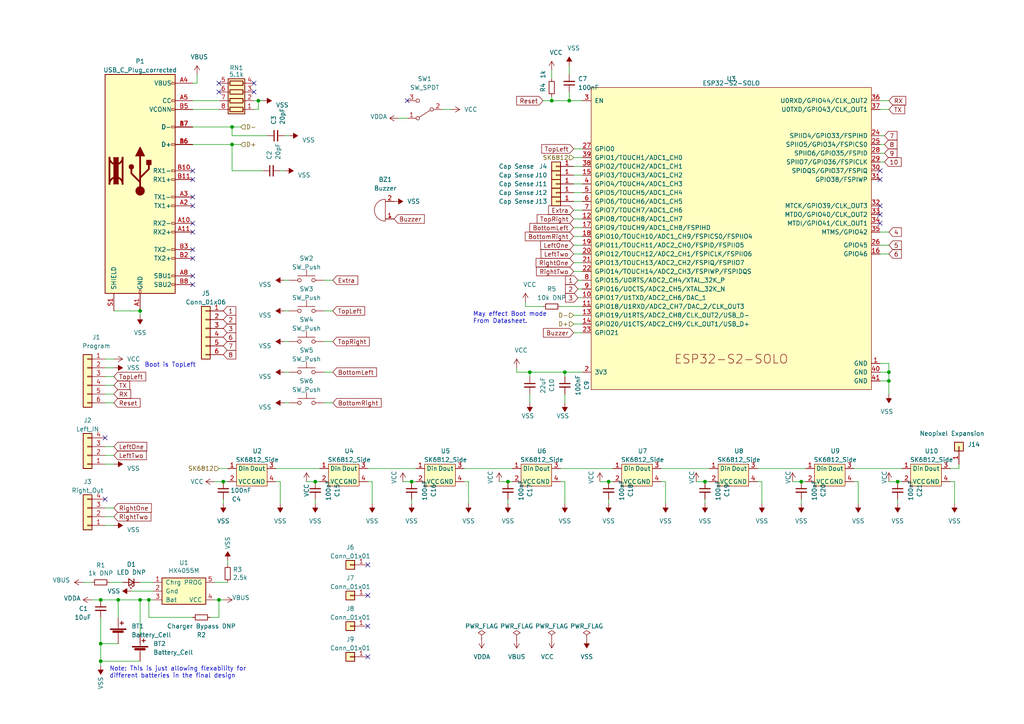
<source format=kicad_sch>
(kicad_sch (version 20220126) (generator eeschema)
  (paper "A4")
  (junction (at 29.21 191.77))
  (junction (at 119.38 139.7))
  (junction (at 63.5 173.99) (diameter 0.9144))
  (junction (at 40.64 90.17))
  (junction (at 67.31 36.83) (diameter 0.9144))
  (junction (at 43.18 173.99) (diameter 0.9144))
  (junction (at 163.83 107.95))
  (junction (at 91.44 139.7))
  (junction (at 64.77 139.7))
  (junction (at 204.47 139.7))
  (junction (at 29.21 186.69))
  (junction (at 74.93 29.21) (diameter 0.9144))
  (junction (at 40.64 173.99))
  (junction (at 165.1 29.21))
  (junction (at 260.35 139.7))
  (junction (at 257.81 110.49))
  (junction (at 257.81 107.95))
  (junction (at 153.67 107.95))
  (junction (at 34.29 173.99))
  (junction (at 232.41 139.7))
  (junction (at 160.02 29.21) (diameter 0.9144))
  (junction (at 176.53 139.7))
  (junction (at 147.32 139.7))
  (junction (at 29.21 173.99) (diameter 0.9144))
  (junction (at 67.31 41.91) (diameter 0.9144))
  (no_connect (at 118.11 29.21))
  (no_connect (at 55.88 52.07))
  (no_connect (at 55.88 49.53))
  (no_connect (at 73.66 24.13))
  (no_connect (at 106.68 172.72))
  (no_connect (at 106.68 163.83))
  (no_connect (at 106.68 190.5))
  (no_connect (at 106.68 181.61))
  (no_connect (at 55.88 67.31))
  (no_connect (at 55.88 64.77))
  (no_connect (at 55.88 72.39))
  (no_connect (at 255.27 52.07))
  (no_connect (at 255.27 49.53))
  (no_connect (at 255.27 62.23))
  (no_connect (at 255.27 59.69))
  (no_connect (at 255.27 64.77))
  (no_connect (at 55.88 82.55))
  (no_connect (at 30.48 144.78))
  (no_connect (at 30.48 127))
  (no_connect (at 55.88 80.01))
  (no_connect (at 55.88 57.15))
  (no_connect (at 63.5 24.13))
  (no_connect (at 73.66 26.67))
  (no_connect (at 55.88 59.69))
  (no_connect (at 55.88 74.93))
  (no_connect (at 63.5 26.67))
  (wire (pts (xy 219.71 135.89) (xy 233.68 135.89)))
  (wire (pts (xy 91.44 139.7) (xy 92.71 139.7)))
  (wire (pts (xy 38.1 171.45) (xy 44.45 171.45)))
  (wire (pts (xy 30.48 132.08) (xy 33.02 132.08)))
  (wire (pts (xy 43.18 173.99) (xy 43.18 179.07)))
  (wire (pts (xy 176.53 144.78) (xy 176.53 146.05)))
  (wire (pts (xy 63.5 173.99) (xy 63.5 179.07)))
  (wire (pts (xy 166.37 66.04) (xy 168.91 66.04)))
  (wire (pts (xy 255.27 29.21) (xy 257.81 29.21)))
  (wire (pts (xy 153.67 114.3) (xy 153.67 116.84)))
  (wire (pts (xy 165.1 19.05) (xy 165.1 21.59)))
  (wire (pts (xy 91.44 144.78) (xy 91.44 146.05)))
  (wire (pts (xy 149.86 106.68) (xy 149.86 107.95)))
  (wire (pts (xy 30.48 106.68) (xy 33.02 106.68)))
  (wire (pts (xy 193.04 146.05) (xy 193.04 139.7)))
  (wire (pts (xy 83.82 81.28) (xy 82.55 81.28)))
  (wire (pts (xy 191.77 135.89) (xy 205.74 135.89)))
  (wire (pts (xy 55.88 41.91) (xy 67.31 41.91)))
  (wire (pts (xy 165.1 29.21) (xy 168.91 29.21)))
  (wire (pts (xy 162.56 135.89) (xy 177.8 135.89)))
  (wire (pts (xy 160.02 29.21) (xy 165.1 29.21)))
  (wire (pts (xy 26.67 173.99) (xy 29.21 173.99)))
  (wire (pts (xy 166.37 58.42) (xy 168.91 58.42)))
  (wire (pts (xy 162.56 88.9) (xy 168.91 88.9)))
  (wire (pts (xy 81.28 146.05) (xy 81.28 139.7)))
  (wire (pts (xy 166.37 50.8) (xy 168.91 50.8)))
  (wire (pts (xy 29.21 191.77) (xy 29.21 186.69)))
  (wire (pts (xy 160.02 20.32) (xy 160.02 22.86)))
  (wire (pts (xy 135.89 146.05) (xy 135.89 139.7)))
  (wire (pts (xy 276.86 146.05) (xy 276.86 139.7)))
  (wire (pts (xy 204.47 144.78) (xy 204.47 146.05)))
  (wire (pts (xy 166.37 73.66) (xy 168.91 73.66)))
  (wire (pts (xy 149.86 107.95) (xy 153.67 107.95)))
  (wire (pts (xy 257.81 105.41) (xy 257.81 107.95)))
  (wire (pts (xy 83.82 107.95) (xy 82.55 107.95)))
  (wire (pts (xy 62.23 139.7) (xy 64.77 139.7)))
  (wire (pts (xy 43.18 173.99) (xy 44.45 173.99)))
  (wire (pts (xy 166.37 48.26) (xy 168.91 48.26)))
  (wire (pts (xy 57.15 21.59) (xy 57.15 24.13)))
  (wire (pts (xy 107.95 139.7) (xy 106.68 139.7)))
  (wire (pts (xy 157.48 29.21) (xy 160.02 29.21)))
  (wire (pts (xy 88.9 139.7) (xy 91.44 139.7)))
  (wire (pts (xy 166.37 68.58) (xy 168.91 68.58)))
  (wire (pts (xy 278.13 134.62) (xy 278.13 135.89)))
  (wire (pts (xy 77.47 39.37) (xy 67.31 39.37)))
  (wire (pts (xy 67.31 36.83) (xy 69.85 36.83)))
  (wire (pts (xy 106.68 135.89) (xy 120.65 135.89)))
  (wire (pts (xy 255.27 39.37) (xy 256.54 39.37)))
  (wire (pts (xy 29.21 186.69) (xy 34.29 186.69)))
  (wire (pts (xy 30.48 134.62) (xy 33.02 134.62)))
  (wire (pts (xy 255.27 67.31) (xy 257.81 67.31)))
  (wire (pts (xy 157.48 88.9) (xy 152.4 88.9)))
  (wire (pts (xy 168.91 86.36) (xy 167.64 86.36)))
  (wire (pts (xy 63.5 135.89) (xy 66.04 135.89)))
  (wire (pts (xy 275.59 135.89) (xy 278.13 135.89)))
  (wire (pts (xy 255.27 107.95) (xy 257.81 107.95)))
  (wire (pts (xy 229.87 139.7) (xy 232.41 139.7)))
  (wire (pts (xy 40.64 191.77) (xy 29.21 191.77)))
  (wire (pts (xy 30.48 152.4) (xy 33.02 152.4)))
  (wire (pts (xy 255.27 31.75) (xy 257.81 31.75)))
  (wire (pts (xy 80.01 135.89) (xy 92.71 135.89)))
  (wire (pts (xy 166.37 60.96) (xy 168.91 60.96)))
  (wire (pts (xy 153.67 107.95) (xy 163.83 107.95)))
  (wire (pts (xy 257.81 110.49) (xy 257.81 114.3)))
  (wire (pts (xy 55.88 179.07) (xy 43.18 179.07)))
  (wire (pts (xy 81.28 49.53) (xy 82.55 49.53)))
  (wire (pts (xy 83.82 90.17) (xy 82.55 90.17)))
  (wire (pts (xy 166.37 43.18) (xy 168.91 43.18)))
  (wire (pts (xy 163.83 114.3) (xy 163.83 116.84)))
  (wire (pts (xy 40.64 173.99) (xy 43.18 173.99)))
  (wire (pts (xy 115.57 34.29) (xy 118.11 34.29)))
  (wire (pts (xy 73.66 29.21) (xy 74.93 29.21)))
  (wire (pts (xy 83.82 116.84) (xy 82.55 116.84)))
  (wire (pts (xy 29.21 173.99) (xy 34.29 173.99)))
  (wire (pts (xy 67.31 39.37) (xy 67.31 36.83)))
  (wire (pts (xy 74.93 29.21) (xy 76.2 29.21)))
  (wire (pts (xy 30.48 104.14) (xy 33.02 104.14)))
  (wire (pts (xy 63.5 173.99) (xy 64.77 173.99)))
  (wire (pts (xy 73.66 31.75) (xy 74.93 31.75)))
  (wire (pts (xy 119.38 144.78) (xy 119.38 146.05)))
  (wire (pts (xy 257.81 107.95) (xy 257.81 110.49)))
  (wire (pts (xy 34.29 173.99) (xy 40.64 173.99)))
  (wire (pts (xy 168.91 83.82) (xy 167.64 83.82)))
  (wire (pts (xy 220.98 146.05) (xy 220.98 139.7)))
  (wire (pts (xy 67.31 49.53) (xy 67.31 41.91)))
  (wire (pts (xy 29.21 179.07) (xy 29.21 186.69)))
  (wire (pts (xy 57.15 24.13) (xy 55.88 24.13)))
  (wire (pts (xy 93.98 107.95) (xy 96.52 107.95)))
  (wire (pts (xy 116.84 139.7) (xy 119.38 139.7)))
  (wire (pts (xy 166.37 55.88) (xy 168.91 55.88)))
  (wire (pts (xy 255.27 41.91) (xy 256.54 41.91)))
  (wire (pts (xy 255.27 44.45) (xy 256.54 44.45)))
  (wire (pts (xy 30.48 109.22) (xy 33.02 109.22)))
  (wire (pts (xy 66.04 163.83) (xy 66.04 162.56)))
  (wire (pts (xy 255.27 71.12) (xy 257.81 71.12)))
  (wire (pts (xy 119.38 139.7) (xy 120.65 139.7)))
  (wire (pts (xy 30.48 116.84) (xy 33.02 116.84)))
  (wire (pts (xy 255.27 73.66) (xy 257.81 73.66)))
  (wire (pts (xy 134.62 135.89) (xy 148.59 135.89)))
  (wire (pts (xy 96.52 81.28) (xy 93.98 81.28)))
  (wire (pts (xy 29.21 191.77) (xy 29.21 193.04)))
  (wire (pts (xy 135.89 139.7) (xy 134.62 139.7)))
  (wire (pts (xy 232.41 144.78) (xy 232.41 146.05)))
  (wire (pts (xy 30.48 111.76) (xy 33.02 111.76)))
  (wire (pts (xy 201.93 139.7) (xy 204.47 139.7)))
  (wire (pts (xy 163.83 107.95) (xy 168.91 107.95)))
  (wire (pts (xy 166.37 63.5) (xy 168.91 63.5)))
  (wire (pts (xy 204.47 139.7) (xy 205.74 139.7)))
  (wire (pts (xy 248.92 139.7) (xy 247.65 139.7)))
  (wire (pts (xy 40.64 168.91) (xy 44.45 168.91)))
  (wire (pts (xy 93.98 99.06) (xy 96.52 99.06)))
  (wire (pts (xy 257.81 139.7) (xy 260.35 139.7)))
  (wire (pts (xy 255.27 105.41) (xy 257.81 105.41)))
  (wire (pts (xy 166.37 78.74) (xy 168.91 78.74)))
  (wire (pts (xy 67.31 41.91) (xy 69.85 41.91)))
  (wire (pts (xy 153.67 107.95) (xy 153.67 109.22)))
  (wire (pts (xy 62.23 168.91) (xy 66.04 168.91)))
  (wire (pts (xy 30.48 114.3) (xy 33.02 114.3)))
  (wire (pts (xy 144.78 139.7) (xy 147.32 139.7)))
  (wire (pts (xy 147.32 139.7) (xy 148.59 139.7)))
  (wire (pts (xy 62.23 173.99) (xy 63.5 173.99)))
  (wire (pts (xy 83.82 99.06) (xy 82.55 99.06)))
  (wire (pts (xy 81.28 139.7) (xy 80.01 139.7)))
  (wire (pts (xy 260.35 139.7) (xy 261.62 139.7)))
  (wire (pts (xy 55.88 31.75) (xy 63.5 31.75)))
  (wire (pts (xy 166.37 96.52) (xy 168.91 96.52)))
  (wire (pts (xy 55.88 29.21) (xy 63.5 29.21)))
  (wire (pts (xy 152.4 87.63) (xy 152.4 88.9)))
  (wire (pts (xy 166.37 45.72) (xy 168.91 45.72)))
  (wire (pts (xy 130.81 31.75) (xy 128.27 31.75)))
  (wire (pts (xy 60.96 179.07) (xy 63.5 179.07)))
  (wire (pts (xy 107.95 146.05) (xy 107.95 139.7)))
  (wire (pts (xy 24.13 168.91) (xy 26.67 168.91)))
  (wire (pts (xy 64.77 139.7) (xy 66.04 139.7)))
  (wire (pts (xy 40.64 90.17) (xy 40.64 91.44)))
  (wire (pts (xy 34.29 173.99) (xy 34.29 179.07)))
  (wire (pts (xy 93.98 116.84) (xy 96.52 116.84)))
  (wire (pts (xy 166.37 91.44) (xy 168.91 91.44)))
  (wire (pts (xy 93.98 90.17) (xy 96.52 90.17)))
  (wire (pts (xy 163.83 107.95) (xy 163.83 109.22)))
  (wire (pts (xy 40.64 173.99) (xy 40.64 184.15)))
  (wire (pts (xy 30.48 149.86) (xy 33.02 149.86)))
  (wire (pts (xy 276.86 139.7) (xy 275.59 139.7)))
  (wire (pts (xy 166.37 71.12) (xy 168.91 71.12)))
  (wire (pts (xy 163.83 146.05) (xy 163.83 139.7)))
  (wire (pts (xy 166.37 76.2) (xy 168.91 76.2)))
  (wire (pts (xy 64.77 144.78) (xy 64.77 146.05)))
  (wire (pts (xy 30.48 129.54) (xy 33.02 129.54)))
  (wire (pts (xy 165.1 26.67) (xy 165.1 29.21)))
  (wire (pts (xy 255.27 110.49) (xy 257.81 110.49)))
  (wire (pts (xy 247.65 135.89) (xy 261.62 135.89)))
  (wire (pts (xy 248.92 146.05) (xy 248.92 139.7)))
  (wire (pts (xy 193.04 139.7) (xy 191.77 139.7)))
  (wire (pts (xy 55.88 36.83) (xy 67.31 36.83)))
  (wire (pts (xy 166.37 53.34) (xy 168.91 53.34)))
  (wire (pts (xy 31.75 168.91) (xy 35.56 168.91)))
  (wire (pts (xy 160.02 27.94) (xy 160.02 29.21)))
  (wire (pts (xy 76.2 49.53) (xy 67.31 49.53)))
  (wire (pts (xy 166.37 93.98) (xy 168.91 93.98)))
  (wire (pts (xy 173.99 139.7) (xy 176.53 139.7)))
  (wire (pts (xy 33.02 90.17) (xy 40.64 90.17)))
  (wire (pts (xy 260.35 144.78) (xy 260.35 146.05)))
  (wire (pts (xy 163.83 139.7) (xy 162.56 139.7)))
  (wire (pts (xy 30.48 147.32) (xy 33.02 147.32)))
  (wire (pts (xy 176.53 139.7) (xy 177.8 139.7)))
  (wire (pts (xy 220.98 139.7) (xy 219.71 139.7)))
  (wire (pts (xy 82.55 39.37) (xy 83.82 39.37)))
  (wire (pts (xy 147.32 144.78) (xy 147.32 146.05)))
  (wire (pts (xy 255.27 46.99) (xy 256.54 46.99)))
  (wire (pts (xy 74.93 29.21) (xy 74.93 31.75)))
  (wire (pts (xy 232.41 139.7) (xy 233.68 139.7)))
  (wire (pts (xy 168.91 81.28) (xy 167.64 81.28)))
  (text "May effect Boot mode\nFrom Datasheet." (at 137.16 93.98 0) (effects (font (size 1.27 1.27)) (justify left bottom)))
  (text "Note: This is just allowing flexability for\ndifferent batteries in the final design" (at 31.75 196.85 0) (effects (font (size 1.27 1.27)) (justify left bottom)))
  (text "Boot is TopLeft" (at 41.91 106.68 0) (effects (font (size 1.27 1.27)) (justify left bottom)))
  (global_label "TX" (shape input) (at 33.02 111.76 0) (property "Intersheet References" "${INTERSHEET_REFS}" (effects hide)))
  (global_label "RightOne" (shape input) (at 33.02 147.32 0) (property "Intersheetrefs" "${INTERSHEET_REFS}" (effects hide)))
  (global_label "RightTwo" (shape input) (at 166.37 78.74 180) (property "Intersheetrefs" "${INTERSHEET_REFS}" (effects hide)))
  (global_label "LeftTwo" (shape input) (at 33.02 132.08 0) (property "Intersheetrefs" "${INTERSHEET_REFS}" (effects hide)))
  (global_label "Reset" (shape input) (at 157.48 29.21 180) (property "Intersheet References" "${INTERSHEET_REFS}" (effects hide)))
  (global_label "1" (shape input) (at 64.77 90.17 0) (property "Intersheet References" "${INTERSHEET_REFS}" (effects hide)))
  (global_label "RightOne" (shape input) (at 166.37 76.2 180) (property "Intersheetrefs" "${INTERSHEET_REFS}" (effects hide)))
  (global_label "8" (shape input) (at 256.54 41.91 0) (property "Intersheetrefs" "${INTERSHEET_REFS}" (effects hide)))
  (global_label "4" (shape input) (at 257.81 67.31 0) (property "Intersheet References" "${INTERSHEET_REFS}" (effects hide)))
  (global_label "RightTwo" (shape input) (at 33.02 149.86 0) (property "Intersheetrefs" "${INTERSHEET_REFS}" (effects hide)))
  (global_label "10" (shape input) (at 256.54 46.99 0) (property "Intersheetrefs" "${INTERSHEET_REFS}" (effects hide)))
  (global_label "Extra" (shape input) (at 96.52 81.28 0) (property "Intersheet References" "${INTERSHEET_REFS}" (effects hide)))
  (global_label "1" (shape input) (at 167.64 81.28 180) (property "Intersheet References" "${INTERSHEET_REFS}" (effects hide)))
  (global_label "RX" (shape input) (at 33.02 114.3 0) (property "Intersheet References" "${INTERSHEET_REFS}" (effects hide)))
  (global_label "TopLeft" (shape input) (at 33.02 109.22 0) (property "Intersheetrefs" "${INTERSHEET_REFS}" (effects hide)))
  (global_label "RX" (shape input) (at 257.81 29.21 0) (property "Intersheet References" "${INTERSHEET_REFS}" (effects hide)))
  (global_label "LeftTwo" (shape input) (at 166.37 73.66 180) (property "Intersheetrefs" "${INTERSHEET_REFS}" (effects hide)))
  (global_label "7" (shape input) (at 64.77 100.33 0) (property "Intersheet References" "${INTERSHEET_REFS}" (effects hide)))
  (global_label "TopLeft" (shape input) (at 166.37 43.18 180) (property "Intersheetrefs" "${INTERSHEET_REFS}" (effects hide)))
  (global_label "8" (shape input) (at 64.77 102.87 0) (property "Intersheetrefs" "${INTERSHEET_REFS}" (effects hide)))
  (global_label "Buzzer" (shape input) (at 114.3 63.5 0) (property "Intersheet References" "${INTERSHEET_REFS}" (effects hide)))
  (global_label "LeftOne" (shape input) (at 166.37 71.12 180) (property "Intersheetrefs" "${INTERSHEET_REFS}" (effects hide)))
  (global_label "2" (shape input) (at 64.77 92.71 0) (property "Intersheet References" "${INTERSHEET_REFS}" (effects hide)))
  (global_label "BottomRight" (shape input) (at 166.37 68.58 180) (property "Intersheetrefs" "${INTERSHEET_REFS}" (effects hide)))
  (global_label "3" (shape input) (at 167.64 86.36 180) (property "Intersheet References" "${INTERSHEET_REFS}" (effects hide)))
  (global_label "5" (shape input) (at 257.81 71.12 0) (property "Intersheetrefs" "${INTERSHEET_REFS}" (effects hide)))
  (global_label "BottomLeft" (shape input) (at 96.52 107.95 0) (property "Intersheetrefs" "${INTERSHEET_REFS}" (effects hide)))
  (global_label "BottomRight" (shape input) (at 96.52 116.84 0) (property "Intersheetrefs" "${INTERSHEET_REFS}" (effects hide)))
  (global_label "6" (shape input) (at 64.77 97.79 0) (property "Intersheet References" "${INTERSHEET_REFS}" (effects hide)))
  (global_label "6" (shape input) (at 257.81 73.66 0) (property "Intersheet References" "${INTERSHEET_REFS}" (effects hide)))
  (global_label "TX" (shape input) (at 257.81 31.75 0) (property "Intersheet References" "${INTERSHEET_REFS}" (effects hide)))
  (global_label "7" (shape input) (at 256.54 39.37 0) (property "Intersheet References" "${INTERSHEET_REFS}" (effects hide)))
  (global_label "Reset" (shape input) (at 33.02 116.84 0) (property "Intersheet References" "${INTERSHEET_REFS}" (effects hide)))
  (global_label "TopRight" (shape input) (at 96.52 99.06 0) (property "Intersheetrefs" "${INTERSHEET_REFS}" (effects hide)))
  (global_label "3" (shape input) (at 64.77 95.25 0) (property "Intersheet References" "${INTERSHEET_REFS}" (effects hide)))
  (global_label "9" (shape input) (at 256.54 44.45 0) (property "Intersheetrefs" "${INTERSHEET_REFS}" (effects hide)))
  (global_label "Extra" (shape input) (at 166.37 60.96 180) (property "Intersheet References" "${INTERSHEET_REFS}" (effects hide)))
  (global_label "TopRight" (shape input) (at 166.37 63.5 180) (property "Intersheetrefs" "${INTERSHEET_REFS}" (effects hide)))
  (global_label "TopLeft" (shape input) (at 96.52 90.17 0) (property "Intersheetrefs" "${INTERSHEET_REFS}" (effects hide)))
  (global_label "LeftOne" (shape input) (at 33.02 129.54 0) (property "Intersheetrefs" "${INTERSHEET_REFS}" (effects hide)))
  (global_label "2" (shape input) (at 167.64 83.82 180) (property "Intersheet References" "${INTERSHEET_REFS}" (effects hide)))
  (global_label "Buzzer" (shape input) (at 166.37 96.52 180) (property "Intersheet References" "${INTERSHEET_REFS}" (effects hide)))
  (global_label "BottomLeft" (shape input) (at 166.37 66.04 180) (property "Intersheetrefs" "${INTERSHEET_REFS}" (effects hide)))
  (hierarchical_label "D+" (shape input) (at 69.85 41.91 0))
  (hierarchical_label "D-" (shape input) (at 166.37 91.44 180))
  (hierarchical_label "SK6812" (shape input) (at 63.5 135.89 180))
  (hierarchical_label "D-" (shape input) (at 69.85 36.83 0))
  (hierarchical_label "SK6812" (shape input) (at 166.37 45.72 180))
  (hierarchical_label "D+" (shape input) (at 166.37 93.98 180))
  (symbol (lib_id "power:VSS") (at 232.41 146.05 180) (unit 1)
    (property "Reference" "#PWR077" (effects hide))
    (property "Value" "VSS" (at 232.41 151.13 0))
  )
  (symbol (lib_id "Device:C_Small") (at 80.01 39.37 90) (unit 1)
    (property "Reference" "C3" (at 79.375 36.195 0) (effects (justify left)))
    (property "Value" "20pF" (at 81.915 36.195 0) (effects (justify left)))
    (property "Footprint" "Capacitor_SMD:C_0805_2012Metric" (effects hide))
  )
  (symbol (lib_id "Device:C_Small") (at 176.53 142.24 0) (unit 1)
    (property "Reference" "C18" (at 182.88 142.24 90))
    (property "Value" "100nF" (at 180.34 142.24 90))
    (property "Footprint" "Capacitor_SMD:C_0805_2012Metric" (effects hide))
  )
  (symbol (lib_id "Connector_Generic:Conn_01x01") (at 101.6 172.72 180) (unit 1)
    (property "Reference" "J7" (at 101.6 167.64 0))
    (property "Value" "Conn_01x01" (at 101.6 170.18 0))
    (property "Footprint" "cafebabe:SMD Spacer M2.5" (effects hide))
  )
  (symbol (lib_id "power:VSS") (at 82.55 90.17 90) (mirror x) (unit 1)
    (property "Reference" "#PWR023" (effects hide))
    (property "Value" "VSS" (at 78.74 91.44 90) (effects (justify left)))
  )
  (symbol (lib_id "Switch:SW_SPDT") (at 123.19 31.75 180) (unit 1)
    (property "Reference" "SW1" (at 123.19 22.86 0))
    (property "Value" "SW_SPDT" (at 123.19 25.4 0))
    (property "Footprint" "BreadBoardPwr:SK-3296S_switch" (effects hide))
  )
  (symbol (lib_name "SK6812_Side_5") (lib_id "BSides22:SK6812_Side") (at 241.3 133.35 0) (unit 1)
    (property "Reference" "U9" (at 242.2525 130.81 0))
    (property "Value" "SK6812_Side" (at 242.2525 133.35 0))
    (property "Footprint" "Bsides22:SK6812_Side" (effects hide))
  )
  (symbol (lib_id "power:VSS") (at 83.82 39.37 270) (unit 1)
    (property "Reference" "#PWR013" (effects hide))
    (property "Value" "VSS" (at 87.63 40.64 90) (effects (justify left)))
  )
  (symbol (lib_id "power:VDDA") (at 139.7 185.42 180) (unit 1)
    (property "Reference" "#PWR020" (effects hide))
    (property "Value" "VDDA" (at 142.24 190.5 0) (effects (justify left)))
  )
  (symbol (lib_id "Switch:SW_Push") (at 88.9 116.84 0) (unit 1)
    (property "Reference" "SW6" (at 88.9 110.49 0))
    (property "Value" "SW_Push" (at 88.9 113.03 0))
    (property "Footprint" "Button_Switch_SMD:SW_SPST_SKQG_WithoutStem" (effects hide))
  )
  (symbol (lib_id "power:VCC") (at 130.81 31.75 270) (unit 1)
    (property "Reference" "#PWR019" (effects hide))
    (property "Value" "VCC" (at 134.62 31.75 90) (effects (justify left)))
  )
  (symbol (lib_id "power:VSS") (at 33.02 106.68 270) (unit 1)
    (property "Reference" "#PWR07" (effects hide))
    (property "Value" "VSS" (at 36.83 106.68 90) (effects (justify left)))
  )
  (symbol (lib_id "Device:R_Small") (at 29.21 168.91 270) (unit 1)
    (property "Reference" "R1" (at 29.21 163.9316 90))
    (property "Value" "1k DNP" (at 29.21 166.243 90))
    (property "Footprint" "Resistor_SMD:R_0805_2012Metric" (effects hide))
  )
  (symbol (lib_id "power:PWR_FLAG") (at 139.7 185.42 0) (unit 1)
    (property "Reference" "#FLG01" (effects hide))
    (property "Value" "PWR_FLAG" (at 139.7 181.61 0))
  )
  (symbol (lib_id "Switch:SW_Push") (at 88.9 90.17 0) (unit 1)
    (property "Reference" "SW3" (at 88.9 83.82 0))
    (property "Value" "SW_Push" (at 88.9 86.36 0))
    (property "Footprint" "Button_Switch_SMD:SW_SPST_SKQG_WithoutStem" (effects hide))
  )
  (symbol (lib_id "Device:C_Small") (at 204.47 142.24 0) (unit 1)
    (property "Reference" "C19" (at 210.82 142.24 90))
    (property "Value" "100nF" (at 208.28 142.24 90))
    (property "Footprint" "Capacitor_SMD:C_0805_2012Metric" (effects hide))
  )
  (symbol (lib_id "power:VSS") (at 119.38 146.05 180) (unit 1)
    (property "Reference" "#PWR065" (effects hide))
    (property "Value" "VSS" (at 119.38 151.13 0))
  )
  (symbol (lib_id "power:VCC") (at 173.99 139.7 0) (unit 1)
    (property "Reference" "#PWR070" (effects hide))
    (property "Value" "VCC" (at 171.45 138.43 90))
  )
  (symbol (lib_id "Device:C_Small") (at 165.1 24.13 180) (unit 1)
    (property "Reference" "C7" (at 167.64 22.86 0) (effects (justify right)))
    (property "Value" "100nF" (at 167.64 25.4 0) (effects (justify right)))
    (property "Footprint" "Capacitor_SMD:C_0805_2012Metric" (effects hide))
  )
  (symbol (lib_id "power:VSS") (at 33.02 152.4 270) (unit 1)
    (property "Reference" "#PWR017" (effects hide))
    (property "Value" "VSS" (at 36.83 153.67 90) (effects (justify left)))
  )
  (symbol (lib_id "Connector_Generic:Conn_01x04") (at 25.4 149.86 180) (unit 1)
    (property "Reference" "J3" (at 25.4 139.7 0))
    (property "Value" "Right_Out" (at 25.4 142.24 0))
    (property "Footprint" "Connector_PinHeader_2.54mm:PinHeader_1x04_P2.54mm_Vertical" (effects hide))
  )
  (symbol (lib_id "power:VSS") (at 220.98 146.05 180) (unit 1)
    (property "Reference" "#PWR075" (effects hide))
    (property "Value" "VSS" (at 220.98 151.13 0))
  )
  (symbol (lib_id "power:VSS") (at 135.89 146.05 180) (unit 1)
    (property "Reference" "#PWR066" (effects hide))
    (property "Value" "VSS" (at 135.89 151.13 0))
  )
  (symbol (lib_id "power:VSS") (at 248.92 146.05 180) (unit 1)
    (property "Reference" "#PWR078" (effects hide))
    (property "Value" "VSS" (at 248.92 151.13 0))
  )
  (symbol (lib_id "power:VCC") (at 160.02 20.32 0) (unit 1)
    (property "Reference" "#PWR039" (effects hide))
    (property "Value" "VCC" (at 161.29 15.24 0))
  )
  (symbol (lib_id "power:VCC") (at 152.4 87.63 0) (unit 1)
    (property "Reference" "#PWR0101" (effects hide))
    (property "Value" "VCC" (at 153.67 82.55 0))
  )
  (symbol (lib_id "power:VBUS") (at 64.77 173.99 270) (unit 1)
    (property "Reference" "#PWR09" (effects hide))
    (property "Value" "VBUS" (at 69.85 173.355 90))
  )
  (symbol (lib_id "Device:C_Small") (at 260.35 142.24 0) (unit 1)
    (property "Reference" "C21" (at 266.7 142.24 90))
    (property "Value" "100nF" (at 264.16 142.24 90))
    (property "Footprint" "Capacitor_SMD:C_0805_2012Metric" (effects hide))
  )
  (symbol (lib_id "Connector_Generic:Conn_01x01") (at 101.6 181.61 180) (unit 1)
    (property "Reference" "J8" (at 101.6 176.53 0))
    (property "Value" "Conn_01x01" (at 101.6 179.07 0))
    (property "Footprint" "cafebabe:SMD Spacer M2.5" (effects hide))
  )
  (symbol (lib_id "power:VSS") (at 82.55 116.84 90) (mirror x) (unit 1)
    (property "Reference" "#PWR026" (effects hide))
    (property "Value" "VSS" (at 78.74 118.11 90) (effects (justify left)))
  )
  (symbol (lib_id "power:VSS") (at 29.21 193.04 180) (unit 1)
    (property "Reference" "#PWR03" (effects hide))
    (property "Value" "VSS" (at 29.21 198.12 90))
  )
  (symbol (lib_id "Device:R_Small") (at 58.42 179.07 270) (unit 1)
    (property "Reference" "R2" (at 58.42 184.15 90))
    (property "Value" "Charger Bypass DNP" (at 58.42 181.61 90))
    (property "Footprint" "Resistor_SMD:R_0805_2012Metric" (effects hide))
  )
  (symbol (lib_id "power:VDDA") (at 26.67 173.99 90) (unit 1)
    (property "Reference" "#PWR02" (effects hide))
    (property "Value" "VDDA" (at 23.4188 173.5328 90) (effects (justify left)))
  )
  (symbol (lib_id "Connector_Generic:Conn_01x01") (at 161.29 48.26 180) (unit 1)
    (property "Reference" "J4" (at 158.75 48.26 0) (effects (justify left)))
    (property "Value" "Cap Sense" (at 154.94 48.26 0) (effects (justify left)))
    (property "Footprint" "CornConStranger:CapSence" (effects hide))
  )
  (symbol (lib_id "power:VCC") (at 88.9 139.7 0) (unit 1)
    (property "Reference" "#PWR061" (effects hide))
    (property "Value" "VCC" (at 88.9 142.24 90))
  )
  (symbol (lib_id "Connector_Generic:Conn_01x06") (at 25.4 109.22 0) (mirror y) (unit 1)
    (property "Reference" "J1" (at 27.94 97.79 0))
    (property "Value" "Program" (at 27.94 100.33 0))
    (property "Footprint" "Connector_PinHeader_2.54mm:PinHeader_1x06_P2.54mm_Vertical" (effects hide))
  )
  (symbol (lib_id "Device:C_Small") (at 232.41 142.24 0) (unit 1)
    (property "Reference" "C20" (at 238.76 142.24 90))
    (property "Value" "100nF" (at 236.22 142.24 90))
    (property "Footprint" "Capacitor_SMD:C_0805_2012Metric" (effects hide))
  )
  (symbol (lib_id "power:VSS") (at 153.67 116.84 180) (unit 1)
    (property "Reference" "#PWR047" (effects hide))
    (property "Value" "VSS" (at 154.94 120.65 0) (effects (justify left)))
  )
  (symbol (lib_id "Connector_Generic:Conn_01x01") (at 101.6 190.5 180) (unit 1)
    (property "Reference" "J9" (at 101.6 185.42 0))
    (property "Value" "Conn_01x01" (at 101.6 187.96 0))
    (property "Footprint" "cafebabe:SMD Spacer M2.5" (effects hide))
  )
  (symbol (lib_id "BSides22:SK6812_Side") (at 128.27 133.35 0) (unit 1)
    (property "Reference" "U5" (at 129.2225 130.81 0))
    (property "Value" "SK6812_Side" (at 129.2225 133.35 0))
    (property "Footprint" "Bsides22:SK6812_Side" (effects hide))
  )
  (symbol (lib_id "power:VSS") (at 33.02 134.62 270) (unit 1)
    (property "Reference" "#PWR015" (effects hide))
    (property "Value" "VSS" (at 36.83 135.89 90) (effects (justify left)))
  )
  (symbol (lib_id "power:PWR_FLAG") (at 149.86 185.42 0) (unit 1)
    (property "Reference" "#FLG02" (effects hide))
    (property "Value" "PWR_FLAG" (at 149.86 181.61 0))
  )
  (symbol (lib_id "power:PWR_FLAG") (at 160.02 185.42 0) (unit 1)
    (property "Reference" "#FLG03" (effects hide))
    (property "Value" "PWR_FLAG" (at 160.02 181.61 0))
  )
  (symbol (lib_id "TwitterKeyboard-rescue:HX4055M-MechKeyboard") (at 53.34 166.37 0) (unit 1)
    (property "Reference" "U1" (at 53.34 163.195 0))
    (property "Value" "HX4055M" (at 53.34 165.5064 0))
    (property "Footprint" "Package_TO_SOT_SMD:SOT-23-5" (effects hide))
  )
  (symbol (lib_id "Espressif:ESP32-S2-SOLO") (at 212.09 67.31 0) (unit 1)
    (property "Reference" "U3" (at 212.09 22.86 0))
    (property "Value" "ESP32-S2-SOLO" (at 212.09 24.13 0))
    (property "Footprint" "Espressif:ESP32-S2-SOLO" (effects hide))
    (property "Datasheet" "https://www.espressif.com/sites/default/files/documentation/esp32-s2-solo_esp32-s2-solo-u_datasheet_en.pdf" (effects hide))
  )
  (symbol (lib_id "Device:R_Pack04") (at 68.58 26.67 90) (unit 1)
    (property "Reference" "RN1" (at 68.58 19.685 90))
    (property "Value" "5.1k" (at 68.58 21.59 90))
    (property "Footprint" "Resistor_SMD:R_Array_Convex_4x0603" (effects hide))
  )
  (symbol (lib_id "Device:Buzzer") (at 111.76 60.96 180) (unit 1)
    (property "Reference" "BZ1" (at 111.76 52.07 0))
    (property "Value" "Buzzer" (at 111.76 54.61 0))
    (property "Footprint" "Bsides22:FUET-9032-Buzzer" (effects hide))
  )
  (symbol (lib_id "power:VSS") (at 163.83 146.05 180) (unit 1)
    (property "Reference" "#PWR069" (effects hide))
    (property "Value" "VSS" (at 163.83 151.13 0))
  )
  (symbol (lib_id "power:VSS") (at 66.04 162.56 0) (unit 1)
    (property "Reference" "#PWR010" (effects hide))
    (property "Value" "VSS" (at 66.04 157.48 90))
  )
  (symbol (lib_id "power:VSS") (at 76.2 29.21 270) (unit 1)
    (property "Reference" "#PWR011" (effects hide))
    (property "Value" "VSS" (at 80.01 30.48 90) (effects (justify left)))
  )
  (symbol (lib_id "Switch:SW_Push") (at 88.9 107.95 0) (unit 1)
    (property "Reference" "SW5" (at 88.9 101.6 0))
    (property "Value" "SW_Push" (at 88.9 104.14 0))
    (property "Footprint" "Button_Switch_SMD:SW_SPST_SKQG_WithoutStem" (effects hide))
  )
  (symbol (lib_id "power:PWR_FLAG") (at 170.18 185.42 0) (unit 1)
    (property "Reference" "#FLG04" (effects hide))
    (property "Value" "PWR_FLAG" (at 170.18 181.61 0))
  )
  (symbol (lib_id "power:VSS") (at 257.81 114.3 180) (unit 1)
    (property "Reference" "#PWR057" (effects hide))
    (property "Value" "VSS" (at 259.08 119.38 0) (effects (justify left)))
  )
  (symbol (lib_id "power:VSS") (at 176.53 146.05 180) (unit 1)
    (property "Reference" "#PWR071" (effects hide))
    (property "Value" "VSS" (at 176.53 151.13 0))
  )
  (symbol (lib_name "SK6812_Side_3") (lib_id "BSides22:SK6812_Side") (at 213.36 133.35 0) (unit 1)
    (property "Reference" "U8" (at 214.3125 130.81 0))
    (property "Value" "SK6812_Side" (at 214.3125 133.35 0))
    (property "Footprint" "Bsides22:SK6812_Side" (effects hide))
  )
  (symbol (lib_id "Device:LED_Small") (at 38.1 168.91 180) (unit 1)
    (property "Reference" "D1" (at 38.1 163.703 0))
    (property "Value" "LED DNP" (at 38.1 166.0144 0))
    (property "Footprint" "LED_SMD:LED_0805_2012Metric" (effects hide))
  )
  (symbol (lib_name "USB_C_Plug_corrected_1") (lib_id "BadgePirates:USB_C_Plug_corrected") (at 40.64 49.53 0) (unit 1)
    (property "Reference" "P1" (at 40.64 17.78 0))
    (property "Value" "USB_C_Plug_corrected" (at 40.64 20.32 0))
    (property "Footprint" "BadgePirates:USB_C_Receptical-Jing" (effects hide))
    (property "Datasheet" "https://www.usb.org/sites/default/files/documents/usb_type-c.zip" (effects hide))
  )
  (symbol (lib_id "power:VBUS") (at 57.15 21.59 0) (unit 1)
    (property "Reference" "#PWR08" (effects hide))
    (property "Value" "VBUS" (at 57.785 16.51 0))
  )
  (symbol (lib_id "power:VCC") (at 62.23 139.7 90) (unit 1)
    (property "Reference" "#PWR027" (effects hide))
    (property "Value" "VCC" (at 57.15 139.7 90))
  )
  (symbol (lib_id "power:VSS") (at 260.35 146.05 180) (unit 1)
    (property "Reference" "#PWR080" (effects hide))
    (property "Value" "VSS" (at 260.35 151.13 0))
  )
  (symbol (lib_id "power:VBUS") (at 24.13 168.91 90) (unit 1)
    (property "Reference" "#PWR01" (effects hide))
    (property "Value" "VBUS" (at 17.78 168.275 90))
  )
  (symbol (lib_id "power:VCC") (at 33.02 104.14 270) (unit 1)
    (property "Reference" "#PWR06" (effects hide))
    (property "Value" "VCC" (at 36.83 104.14 90) (effects (justify left)))
  )
  (symbol (lib_id "power:VCC") (at 229.87 139.7 0) (unit 1)
    (property "Reference" "#PWR076" (effects hide))
    (property "Value" "VCC" (at 228.6 138.43 90))
  )
  (symbol (lib_id "Connector_Generic:Conn_01x04") (at 25.4 132.08 180) (unit 1)
    (property "Reference" "J2" (at 25.4 121.92 0))
    (property "Value" "Left_IN" (at 25.4 124.46 0))
    (property "Footprint" "Connector_PinHeader_2.54mm:PinHeader_1x04_P2.54mm_Vertical" (effects hide))
  )
  (symbol (lib_id "Device:R_Small") (at 160.02 25.4 180) (unit 1)
    (property "Reference" "R4" (at 157.48 25.4 90))
    (property "Value" "1k" (at 157.48 21.59 90))
    (property "Footprint" "Resistor_SMD:R_0805_2012Metric" (effects hide))
  )
  (symbol (lib_id "power:VSS") (at 81.28 146.05 180) (unit 1)
    (property "Reference" "#PWR060" (effects hide))
    (property "Value" "VSS" (at 81.28 151.13 0))
  )
  (symbol (lib_id "Connector_Generic:Conn_01x01") (at 278.13 129.54 90) (unit 1)
    (property "Reference" "J14" (at 280.67 128.905 90) (effects (justify right)))
    (property "Value" "Neopixel Expansion" (at 266.7 125.73 90) (effects (justify right)))
    (property "Footprint" "Connector_PinHeader_2.54mm:PinHeader_1x01_P2.54mm_Vertical" (effects hide))
  )
  (symbol (lib_id "Device:R_Small") (at 66.04 166.37 0) (unit 1)
    (property "Reference" "R3" (at 67.5386 165.2016 0) (effects (justify left)))
    (property "Value" "2.5k" (at 67.539 167.513 0) (effects (justify left)))
    (property "Footprint" "Resistor_SMD:R_0805_2012Metric" (effects hide))
  )
  (symbol (lib_id "Device:Battery_Cell") (at 40.64 189.23 0) (unit 1)
    (property "Reference" "BT2" (at 44.45 186.69 0) (effects (justify left)))
    (property "Value" "Battery_Cell" (at 44.45 189.23 0) (effects (justify left)))
    (property "Footprint" "Battery:BatteryHolder_Keystone_3008_1x2450" (effects hide))
  )
  (symbol (lib_id "Device:C_Small") (at 153.67 111.76 0) (unit 1)
    (property "Reference" "C10" (at 160.02 111.76 90))
    (property "Value" "22uF" (at 157.48 111.76 90))
    (property "Footprint" "Capacitor_SMD:C_0805_2012Metric" (effects hide))
  )
  (symbol (lib_id "power:VSS") (at 193.04 146.05 180) (unit 1)
    (property "Reference" "#PWR072" (effects hide))
    (property "Value" "VSS" (at 193.04 151.13 0))
  )
  (symbol (lib_id "Switch:SW_Push") (at 88.9 81.28 0) (mirror y) (unit 1)
    (property "Reference" "SW2" (at 88.9 74.93 0))
    (property "Value" "SW_Push" (at 88.9 77.47 0))
    (property "Footprint" "Button_Switch_SMD:SW_SPST_SKQG_WithoutStem" (effects hide))
  )
  (symbol (lib_id "Device:C_Small") (at 119.38 142.24 0) (unit 1)
    (property "Reference" "C16" (at 125.73 142.24 90))
    (property "Value" "100nF" (at 123.19 142.24 90))
    (property "Footprint" "Capacitor_SMD:C_0805_2012Metric" (effects hide))
  )
  (symbol (lib_name "SK6812_Side_4") (lib_id "BSides22:SK6812_Side") (at 185.42 133.35 0) (unit 1)
    (property "Reference" "U7" (at 186.3725 130.81 0))
    (property "Value" "SK6812_Side" (at 186.3725 133.35 0))
    (property "Footprint" "Bsides22:SK6812_Side" (effects hide))
  )
  (symbol (lib_id "Device:R_Small") (at 160.02 88.9 90) (unit 1)
    (property "Reference" "R5" (at 160.02 83.82 90))
    (property "Value" "10k DNP" (at 160.02 86.36 90))
    (property "Footprint" "Resistor_SMD:R_0805_2012Metric" (effects hide))
  )
  (symbol (lib_id "power:VSS") (at 147.32 146.05 180) (unit 1)
    (property "Reference" "#PWR068" (effects hide))
    (property "Value" "VSS" (at 147.32 151.13 0))
  )
  (symbol (lib_id "power:VSS") (at 82.55 81.28 90) (mirror x) (unit 1)
    (property "Reference" "#PWR022" (effects hide))
    (property "Value" "VSS" (at 78.74 82.55 90) (effects (justify left)))
  )
  (symbol (lib_name "SK6812_Side_7") (lib_id "BSides22:SK6812_Side") (at 156.21 133.35 0) (unit 1)
    (property "Reference" "U6" (at 157.1625 130.81 0))
    (property "Value" "SK6812_Side" (at 157.1625 133.35 0))
    (property "Footprint" "Bsides22:SK6812_Side" (effects hide))
  )
  (symbol (lib_id "Connector_Generic:Conn_01x01") (at 161.29 58.42 180) (unit 1)
    (property "Reference" "J13" (at 158.75 58.42 0) (effects (justify left)))
    (property "Value" "Cap Sense" (at 154.94 58.42 0) (effects (justify left)))
    (property "Footprint" "Bsides22:CapSense" (effects hide))
  )
  (symbol (lib_id "Device:C_Small") (at 147.32 142.24 0) (unit 1)
    (property "Reference" "C17" (at 153.67 142.24 90))
    (property "Value" "100nF" (at 151.13 142.24 90))
    (property "Footprint" "Capacitor_SMD:C_0805_2012Metric" (effects hide))
  )
  (symbol (lib_id "power:VDDA") (at 115.57 34.29 90) (unit 1)
    (property "Reference" "#PWR018" (effects hide))
    (property "Value" "VDDA" (at 112.3188 33.8328 90) (effects (justify left)))
  )
  (symbol (lib_name "SK6812_Side_1") (lib_id "BSides22:SK6812_Side") (at 100.33 133.35 0) (unit 1)
    (property "Reference" "U4" (at 101.2825 130.81 0))
    (property "Value" "SK6812_Side" (at 101.2825 133.35 0))
    (property "Footprint" "Bsides22:SK6812_Side" (effects hide))
  )
  (symbol (lib_id "power:VSS") (at 204.47 146.05 180) (unit 1)
    (property "Reference" "#PWR074" (effects hide))
    (property "Value" "VSS" (at 204.47 151.13 0))
  )
  (symbol (lib_id "power:VBUS") (at 149.86 185.42 180) (unit 1)
    (property "Reference" "#PWR029" (effects hide))
    (property "Value" "VBUS" (at 149.86 190.5 0))
  )
  (symbol (lib_id "Connector_Generic:Conn_01x01") (at 161.29 50.8 180) (unit 1)
    (property "Reference" "J10" (at 158.75 50.8 0) (effects (justify left)))
    (property "Value" "Cap Sense" (at 154.94 50.8 0) (effects (justify left)))
    (property "Footprint" "Bsides22:CapSense" (effects hide))
  )
  (symbol (lib_id "power:VSS") (at 82.55 49.53 270) (unit 1)
    (property "Reference" "#PWR012" (effects hide))
    (property "Value" "VSS" (at 86.36 50.8 90) (effects (justify left)))
  )
  (symbol (lib_id "Device:C_Small") (at 91.44 142.24 0) (unit 1)
    (property "Reference" "C15" (at 97.79 142.24 90))
    (property "Value" "100nF" (at 95.25 142.24 90))
    (property "Footprint" "Capacitor_SMD:C_0805_2012Metric" (effects hide))
  )
  (symbol (lib_id "power:VCC") (at 201.93 139.7 0) (unit 1)
    (property "Reference" "#PWR073" (effects hide))
    (property "Value" "VCC" (at 200.66 138.43 90))
  )
  (symbol (lib_id "Connector_Generic:Conn_01x01") (at 101.6 163.83 180) (unit 1)
    (property "Reference" "J6" (at 101.6 158.75 0))
    (property "Value" "Conn_01x01" (at 101.6 161.29 0))
    (property "Footprint" "cafebabe:SMD Spacer M2.5" (effects hide))
  )
  (symbol (lib_id "power:VSS") (at 91.44 146.05 180) (unit 1)
    (property "Reference" "#PWR062" (effects hide))
    (property "Value" "VSS" (at 91.44 151.13 0))
  )
  (symbol (lib_id "power:VCC") (at 149.86 106.68 0) (unit 1)
    (property "Reference" "#PWR044" (effects hide))
    (property "Value" "VCC" (at 151.13 101.6 0))
  )
  (symbol (lib_id "Device:C_Small") (at 29.21 176.53 0) (unit 1)
    (property "Reference" "C1" (at 22.86 176.53 0) (effects (justify left)))
    (property "Value" "10uF" (at 21.59 179.07 0) (effects (justify left)))
    (property "Footprint" "Capacitor_SMD:C_0805_2012Metric" (effects hide))
  )
  (symbol (lib_id "power:VSS") (at 40.64 91.44 180) (unit 1)
    (property "Reference" "#PWR05" (effects hide))
    (property "Value" "VSS" (at 40.64 96.52 0))
  )
  (symbol (lib_id "power:VSS") (at 82.55 107.95 90) (mirror x) (unit 1)
    (property "Reference" "#PWR025" (effects hide))
    (property "Value" "VSS" (at 78.74 109.22 90) (effects (justify left)))
  )
  (symbol (lib_id "power:VCC") (at 257.81 139.7 0) (unit 1)
    (property "Reference" "#PWR079" (effects hide))
    (property "Value" "VCC" (at 256.54 138.43 90))
  )
  (symbol (lib_name "SK6812_Side_6") (lib_id "BSides22:SK6812_Side") (at 269.24 133.35 0) (unit 1)
    (property "Reference" "U10" (at 270.1925 130.81 0))
    (property "Value" "SK6812_Side" (at 270.1925 133.35 0))
    (property "Footprint" "Bsides22:SK6812_Side" (effects hide))
  )
  (symbol (lib_id "Device:Battery_Cell") (at 34.29 184.15 0) (unit 1)
    (property "Reference" "BT1" (at 38.1 181.61 0) (effects (justify left)))
    (property "Value" "Battery_Cell" (at 38.1 184.15 0) (effects (justify left)))
    (property "Footprint" "Tests:Dongguan14500" (effects hide))
  )
  (symbol (lib_id "Switch:SW_Push") (at 88.9 99.06 0) (unit 1)
    (property "Reference" "SW4" (at 88.9 92.71 0))
    (property "Value" "SW_Push" (at 88.9 95.25 0))
    (property "Footprint" "Button_Switch_SMD:SW_SPST_SKQG_WithoutStem" (effects hide))
  )
  (symbol (lib_id "Device:C_Small") (at 163.83 111.76 0) (unit 1)
    (property "Reference" "C9" (at 170.18 111.76 90))
    (property "Value" "100nF" (at 167.64 111.76 90))
    (property "Footprint" "Capacitor_SMD:C_0805_2012Metric" (effects hide))
  )
  (symbol (lib_id "power:VCC") (at 160.02 185.42 180) (unit 1)
    (property "Reference" "#PWR032" (effects hide))
    (property "Value" "VCC" (at 158.75 190.5 0))
  )
  (symbol (lib_id "power:VSS") (at 82.55 99.06 90) (mirror x) (unit 1)
    (property "Reference" "#PWR024" (effects hide))
    (property "Value" "VSS" (at 78.74 100.33 90) (effects (justify left)))
  )
  (symbol (lib_id "Connector_Generic:Conn_01x01") (at 161.29 53.34 180) (unit 1)
    (property "Reference" "J11" (at 158.75 53.34 0) (effects (justify left)))
    (property "Value" "Cap Sense" (at 154.94 53.34 0) (effects (justify left)))
    (property "Footprint" "Bsides22:CapSense" (effects hide))
  )
  (symbol (lib_id "power:VSS") (at 107.95 146.05 180) (unit 1)
    (property "Reference" "#PWR063" (effects hide))
    (property "Value" "VSS" (at 107.95 151.13 0))
  )
  (symbol (lib_id "Device:C_Small") (at 64.77 142.24 0) (unit 1)
    (property "Reference" "C4" (at 68.58 144.78 0))
    (property "Value" "100nF" (at 69.85 142.24 0))
    (property "Footprint" "Capacitor_SMD:C_0805_2012Metric" (effects hide))
  )
  (symbol (lib_id "power:VSS") (at 276.86 146.05 180) (unit 1)
    (property "Reference" "#PWR081" (effects hide))
    (property "Value" "VSS" (at 276.86 151.13 0))
  )
  (symbol (lib_id "Connector_Generic:Conn_01x06") (at 59.69 95.25 0) (mirror y) (unit 1)
    (property "Reference" "J5" (at 59.69 85.09 0))
    (property "Value" "Conn_01x06" (at 59.69 87.63 0))
    (property "Footprint" "Connector_PinHeader_2.54mm:PinHeader_1x06_P2.54mm_Vertical" (effects hide))
  )
  (symbol (lib_id "power:VSS") (at 64.77 146.05 180) (unit 1)
    (property "Reference" "#PWR021" (effects hide))
    (property "Value" "VSS" (at 64.77 151.13 0))
  )
  (symbol (lib_id "power:VCC") (at 116.84 139.7 0) (unit 1)
    (property "Reference" "#PWR064" (effects hide))
    (property "Value" "VCC" (at 114.3 138.43 90))
  )
  (symbol (lib_id "power:VCC") (at 144.78 139.7 0) (unit 1)
    (property "Reference" "#PWR067" (effects hide))
    (property "Value" "VCC" (at 142.24 138.43 90))
  )
  (symbol (lib_id "power:VSS") (at 163.83 116.84 180) (unit 1)
    (property "Reference" "#PWR048" (effects hide))
    (property "Value" "VSS" (at 165.1 120.65 0) (effects (justify left)))
  )
  (symbol (lib_id "power:VSS") (at 114.3 58.42 270) (unit 1)
    (property "Reference" "#PWR030" (effects hide))
    (property "Value" "VSS" (at 118.11 58.42 90) (effects (justify left)))
  )
  (symbol (lib_id "power:VSS") (at 38.1 171.45 90) (unit 1)
    (property "Reference" "#PWR04" (effects hide))
    (property "Value" "VSS" (at 33.02 171.45 90))
  )
  (symbol (lib_name "SK6812_Side_2") (lib_id "BSides22:SK6812_Side") (at 73.66 133.35 0) (unit 1)
    (property "Reference" "U2" (at 74.6125 130.81 0))
    (property "Value" "SK6812_Side" (at 74.6125 133.35 0))
    (property "Footprint" "Bsides22:SK6812_Side" (effects hide))
  )
  (symbol (lib_id "Connector_Generic:Conn_01x01") (at 161.29 55.88 180) (unit 1)
    (property "Reference" "J12" (at 158.75 55.88 0) (effects (justify left)))
    (property "Value" "Cap Sense" (at 154.94 55.88 0) (effects (justify left)))
    (property "Footprint" "Bsides22:CapSense" (effects hide))
  )
  (symbol (lib_id "Device:C_Small") (at 78.74 49.53 90) (unit 1)
    (property "Reference" "C2" (at 78.105 46.355 0) (effects (justify left)))
    (property "Value" "20pF" (at 80.645 46.355 0) (effects (justify left)))
    (property "Footprint" "Capacitor_SMD:C_0805_2012Metric" (effects hide))
  )
  (symbol (lib_id "power:VSS") (at 165.1 19.05 0) (unit 1)
    (property "Reference" "#PWR040" (effects hide))
    (property "Value" "VSS" (at 166.37 13.97 0))
  )
  (symbol (lib_id "power:VSS") (at 170.18 185.42 180) (unit 1)
    (property "Reference" "#PWR035" (effects hide))
    (property "Value" "VSS" (at 170.18 190.5 0))
  )
)
</source>
